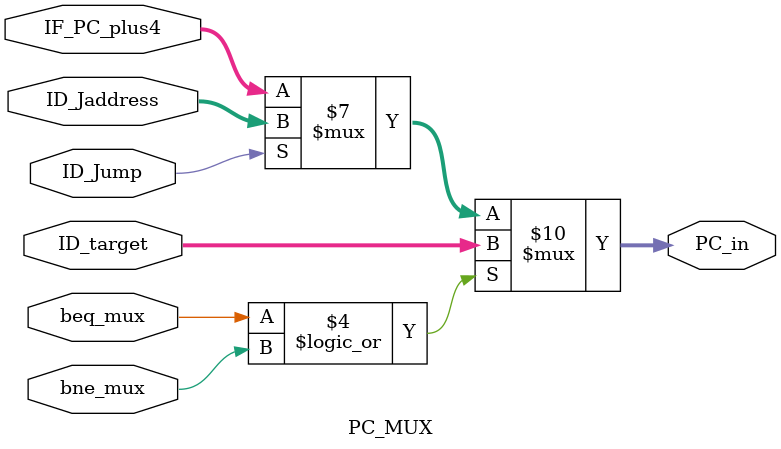
<source format=v>
`timescale 1ns / 1ps


module PC_MUX(
IF_PC_plus4,
bne_mux,
beq_mux,
ID_Jump,
ID_Jaddress,
ID_target,
PC_in
    );
input [31:0] IF_PC_plus4, ID_Jaddress, ID_target;
input beq_mux,bne_mux, ID_Jump;
output [31:0] PC_in;
reg [31:0] PC_in;
always@(*)
begin
if (beq_mux==1||bne_mux ==1) PC_in<=ID_target;
else if (ID_Jump==1) PC_in<=ID_Jaddress;
else PC_in<=IF_PC_plus4;
end
endmodule

</source>
